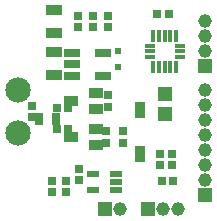
<source format=gts>
G04*
G04 #@! TF.GenerationSoftware,Altium Limited,Altium Designer,21.1.0 (24)*
G04*
G04 Layer_Color=8388736*
%FSAX25Y25*%
%MOIN*%
G70*
G04*
G04 #@! TF.SameCoordinates,64B46316-5E79-497B-94DE-3B570569772B*
G04*
G04*
G04 #@! TF.FilePolarity,Negative*
G04*
G01*
G75*
%ADD28R,0.04537X0.03356*%
%ADD29R,0.02962X0.02568*%
%ADD30R,0.02962X0.04143*%
%ADD31R,0.02568X0.02962*%
%ADD32R,0.05718X0.03356*%
%ADD33R,0.03750X0.01781*%
%ADD34R,0.01781X0.04242*%
%ADD35R,0.05403X0.03041*%
%ADD36R,0.02175X0.02175*%
%ADD37R,0.04222X0.02175*%
%ADD38R,0.04537X0.04931*%
%ADD39R,0.03356X0.05324*%
%ADD40R,0.04537X0.04537*%
%ADD41C,0.04537*%
%ADD42R,0.04537X0.04537*%
%ADD43C,0.08474*%
D28*
X0026035Y-0011059D02*
D03*
Y-0005941D02*
D03*
X0017965Y-0008500D02*
D03*
X0026035Y0000941D02*
D03*
Y0006059D02*
D03*
X0017965Y0003500D02*
D03*
D29*
X0020500Y-0022968D02*
D03*
Y-0019031D02*
D03*
X0029500Y-0006632D02*
D03*
Y-0010569D02*
D03*
X0030000Y0005469D02*
D03*
Y0001531D02*
D03*
X0004800Y0001969D02*
D03*
Y-0001969D02*
D03*
X0030000Y0031969D02*
D03*
Y0028032D02*
D03*
X0025000Y0028032D02*
D03*
Y0031969D02*
D03*
X0020000Y0031969D02*
D03*
Y0028032D02*
D03*
X0011500Y-0023031D02*
D03*
Y-0026969D02*
D03*
X0035300Y-0010569D02*
D03*
Y-0006632D02*
D03*
X0016000Y-0023031D02*
D03*
Y-0026969D02*
D03*
D30*
X0012756Y-0002500D02*
D03*
X0007244D02*
D03*
D31*
X0013032Y0001000D02*
D03*
X0016969D02*
D03*
X0013032Y-0006000D02*
D03*
X0016969D02*
D03*
X0051569Y-0018000D02*
D03*
X0047631D02*
D03*
X0046532Y0032500D02*
D03*
X0050468D02*
D03*
X0051569Y-0014100D02*
D03*
X0047631D02*
D03*
X0048031Y-0023300D02*
D03*
X0051968D02*
D03*
D32*
X0012000Y0012260D02*
D03*
Y0019740D02*
D03*
Y0033740D02*
D03*
Y0026260D02*
D03*
D33*
X0054020Y0021969D02*
D03*
Y0020000D02*
D03*
Y0018032D02*
D03*
X0043980D02*
D03*
Y0020000D02*
D03*
Y0021969D02*
D03*
D34*
X0052937Y0014882D02*
D03*
X0050968D02*
D03*
X0049000D02*
D03*
X0047032D02*
D03*
X0045063D02*
D03*
Y0025118D02*
D03*
X0047032D02*
D03*
X0049000D02*
D03*
X0050968D02*
D03*
X0052937D02*
D03*
D35*
X0028558Y0019440D02*
D03*
Y0011960D02*
D03*
X0018243D02*
D03*
Y0015700D02*
D03*
Y0019440D02*
D03*
D36*
X0033500Y0014744D02*
D03*
Y0020256D02*
D03*
D37*
X0032740Y-0026059D02*
D03*
Y-0023500D02*
D03*
Y-0020941D02*
D03*
X0025260D02*
D03*
Y-0026059D02*
D03*
D38*
X0049100Y-0000846D02*
D03*
Y0005846D02*
D03*
D39*
X0040700Y-0014084D02*
D03*
Y0000483D02*
D03*
D40*
X0043500Y-0032500D02*
D03*
X0029000D02*
D03*
D41*
X0048500D02*
D03*
X0053500D02*
D03*
X0062500Y-0023000D02*
D03*
Y-0018000D02*
D03*
Y-0013000D02*
D03*
Y-0008000D02*
D03*
Y-0003000D02*
D03*
Y0002000D02*
D03*
Y0007000D02*
D03*
X0034000Y-0032500D02*
D03*
X0062500Y0020300D02*
D03*
Y0025300D02*
D03*
Y0030300D02*
D03*
D42*
X0062500Y-0028000D02*
D03*
X0062500Y0015300D02*
D03*
D43*
X0000100Y-0007071D02*
D03*
Y0007071D02*
D03*
M02*

</source>
